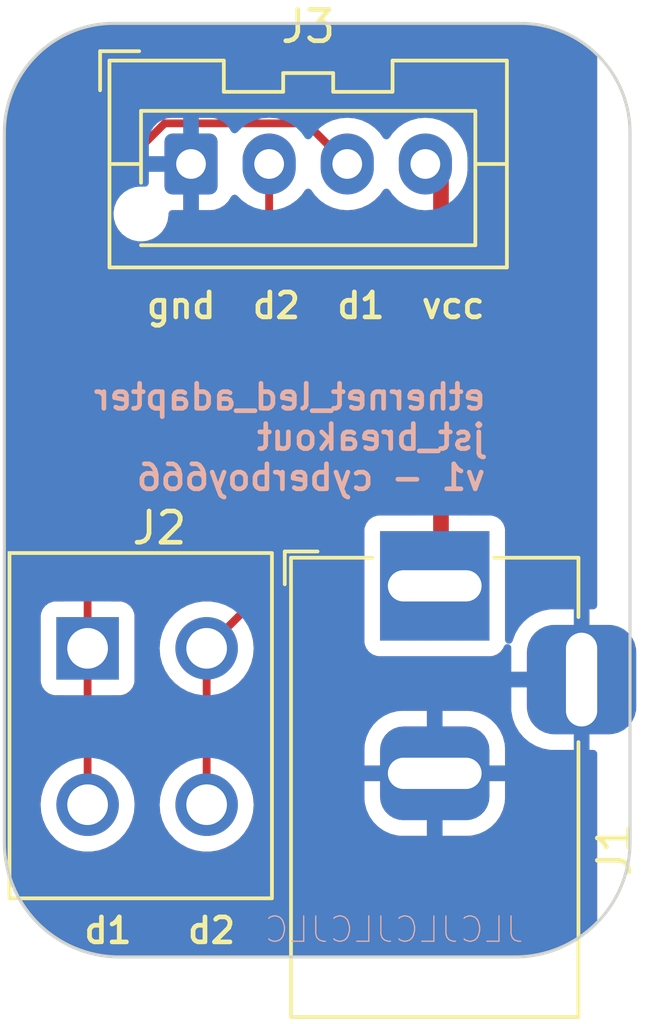
<source format=kicad_pcb>
(kicad_pcb (version 20221018) (generator pcbnew)
  (layers (0 "F.Cu" signal) (31 "B.Cu" signal) (34 "B.Paste" user) (35 "F.Paste" user) (36 "B.SilkS" user "B.Silkscreen") (37 "F.SilkS" user "F.Silkscreen") (38 "B.Mask" user) (39 "F.Mask" user) (44 "Edge.Cuts" user))
  (net 0 "")
  (net 1 "Net-(J3-Pin_4)")
  (net 2 "Net-(J2-Pin_1)")
  (net 3 "Net-(J2-Pin_2)")
  (net 4 "GND")
  (footprint "Connector_BarrelJack:BarrelJack_Horizontal" (layer "F.Cu") (at 81.8 44 90)
    (fp_text reference "J1" (at -8.45 5.75 90) (layer "F.SilkS"))
    (fp_text value "Barrel_Jack_Switch")
    (fp_line (start -13.8 -4.6) (end 0.9 -4.6) (stroke (width 0.12)) (layer "F.SilkS"))
    (fp_line (start -13.8 4.6) (end -13.8 -4.6) (stroke (width 0.12)) (layer "F.SilkS"))
    (fp_line (start -5 4.6) (end -13.8 4.6) (stroke (width 0.12)) (layer "F.SilkS"))
    (fp_line (start 0.05 -4.8) (end 1.1 -4.8) (stroke (width 0.12)) (layer "F.SilkS"))
    (fp_line (start 0.9 -4.6) (end 0.9 -2) (stroke (width 0.12)) (layer "F.SilkS"))
    (fp_line (start 0.9 1.9) (end 0.9 4.6) (stroke (width 0.12)) (layer "F.SilkS"))
    (fp_line (start 0.9 4.6) (end -1 4.6) (stroke (width 0.12)) (layer "F.SilkS"))
    (fp_line (start 1.1 -3.75) (end 1.1 -4.8) (stroke (width 0.12)) (layer "F.SilkS"))
    (pad "1" thru_hole rect (at 0 0 90) (size 3.5 3.5) (drill oval 1 3) (layers "*.Cu" "*.Mask") (net 1 "Net-(J3-Pin_4)"))
    (pad "2" thru_hole roundrect (at -6 0 90) (size 3 3.5) (drill oval 1 3) (layers "*.Cu" "*.Mask") (net 4 "GND"))
    (pad "3" thru_hole roundrect (at -3 4.7 90) (size 3.5 3.5) (drill oval 3 1) (layers "*.Cu" "*.Mask") (net 4 "GND"))
  )
  (footprint "lib_fp:terminal_02" (layer "F.Cu") (at 70.69 46)
    (fp_text reference "J2" (at 2.3 -3.85) (layer "F.SilkS"))
    (fp_text value "terminal_02")
    (fp_rect (start -2.5 -3.05) (end 5.9 8) (stroke (width 0.12)) (fill none) (layer "F.SilkS"))
    (pad "1" thru_hole rect (at 0 0) (size 2 2) (drill 1.3) (layers "*.Cu" "*.Mask") (net 2 "Net-(J2-Pin_1)"))
    (pad "1" thru_hole oval (at 0 5.0038) (size 2 2) (drill 1.3) (layers "*.Cu" "*.Mask") (net 2 "Net-(J2-Pin_1)"))
    (pad "2" thru_hole circle (at 3.81 0) (size 2 2) (drill 1.3) (layers "*.Cu" "*.Mask") (net 3 "Net-(J2-Pin_2)"))
    (pad "2" thru_hole circle (at 3.81 5.0038) (size 2 2) (drill 1.3) (layers "*.Cu" "*.Mask") (net 3 "Net-(J2-Pin_2)"))
  )
  (footprint "Connector_JST:JST_XA_B04B-XASK-1-A_1x04_P2.50mm_Vertical" (layer "F.Cu") (at 74 30.5)
    (fp_text reference "J3" (at 3.75 -4.4) (layer "F.SilkS"))
    (fp_text value "jst_xa_4")
    (fp_line (start -2.91 -3.61) (end -2.91 -2.36) (stroke (width 0.12)) (layer "F.SilkS"))
    (fp_line (start -2.61 -3.31) (end -2.61 3.31) (stroke (width 0.12)) (layer "F.SilkS"))
    (fp_line (start -2.61 0) (end -1.6 0) (stroke (width 0.12)) (layer "F.SilkS"))
    (fp_line (start -2.61 3.31) (end 10.11 3.31) (stroke (width 0.12)) (layer "F.SilkS"))
    (fp_line (start -1.66 -3.61) (end -2.91 -3.61) (stroke (width 0.12)) (layer "F.SilkS"))
    (fp_line (start -1.6 -1.7) (end 9.1 -1.7) (stroke (width 0.12)) (layer "F.SilkS"))
    (fp_line (start -1.6 0.6) (end -1.6 -1.7) (stroke (width 0.12)) (layer "F.SilkS"))
    (fp_line (start 1.05 -3.31) (end -2.61 -3.31) (stroke (width 0.12)) (layer "F.SilkS"))
    (fp_line (start 1.05 -2.31) (end 1.05 -3.31) (stroke (width 0.12)) (layer "F.SilkS"))
    (fp_line (start 2.95 -2.91) (end 2.95 -2.31) (stroke (width 0.12)) (layer "F.SilkS"))
    (fp_line (start 2.95 -2.31) (end 1.05 -2.31) (stroke (width 0.12)) (layer "F.SilkS"))
    (fp_line (start 4.55 -2.91) (end 2.95 -2.91) (stroke (width 0.12)) (layer "F.SilkS"))
    (fp_line (start 4.55 -2.31) (end 4.55 -2.91) (stroke (width 0.12)) (layer "F.SilkS"))
    (fp_line (start 6.45 -3.31) (end 6.45 -2.31) (stroke (width 0.12)) (layer "F.SilkS"))
    (fp_line (start 6.45 -2.31) (end 4.55 -2.31) (stroke (width 0.12)) (layer "F.SilkS"))
    (fp_line (start 9.1 -1.7) (end 9.1 2.6) (stroke (width 0.12)) (layer "F.SilkS"))
    (fp_line (start 9.1 2.6) (end -1.6 2.6) (stroke (width 0.12)) (layer "F.SilkS"))
    (fp_line (start 10.11 -3.31) (end 6.45 -3.31) (stroke (width 0.12)) (layer "F.SilkS"))
    (fp_line (start 10.11 0) (end 9.1 0) (stroke (width 0.12)) (layer "F.SilkS"))
    (fp_line (start 10.11 3.31) (end 10.11 -3.31) (stroke (width 0.12)) (layer "F.SilkS"))
    (pad "" np_thru_hole circle (at -1.6 1.6) (size 1.25 1.25) (drill 1.25) (layers "*.Cu" "*.Mask"))
    (pad "1" thru_hole roundrect (at 0 0) (size 1.7 1.95) (drill 0.95) (layers "*.Cu" "*.Mask") (roundrect_rratio 0.1470588235) (net 4 "GND"))
    (pad "2" thru_hole oval (at 2.5 0) (size 1.7 1.95) (drill 0.95) (layers "*.Cu" "*.Mask") (net 3 "Net-(J2-Pin_2)"))
    (pad "3" thru_hole oval (at 5 0) (size 1.7 1.95) (drill 0.95) (layers "*.Cu" "*.Mask") (net 2 "Net-(J2-Pin_1)"))
    (pad "4" thru_hole oval (at 7.5 0) (size 1.7 1.95) (drill 0.95) (layers "*.Cu" "*.Mask") (net 1 "Net-(J3-Pin_4)"))
  )
  (gr_line (start 71.525126 26) (end 84.550252 26) (stroke (width 0.1)) (layer "Edge.Cuts"))
  (gr_arc (start 68.025126 29.5) (mid 69.050252 27.025126) (end 71.525126 26) (stroke (width 0.1)) (layer "Edge.Cuts"))
  (gr_arc (start 84.550252 26) (mid 87.025126 27.025126) (end 88.050252 29.5) (stroke (width 0.1)) (layer "Edge.Cuts"))
  (gr_line (start 68.025126 52.2) (end 68.025126 29.5) (stroke (width 0.1)) (layer "Edge.Cuts"))
  (gr_arc (start 88.050252 52.2) (mid 86.973912 54.798534) (end 84.375378 55.874874) (stroke (width 0.1)) (layer "Edge.Cuts"))
  (gr_arc (start 71.7 55.874874) (mid 69.101485 54.798515) (end 68.025126 52.2) (stroke (width 0.1)) (layer "Edge.Cuts"))
  (gr_line (start 71.7 55.874874) (end 84.375378 55.874874) (stroke (width 0.1)) (layer "Edge.Cuts"))
  (gr_line (start 88.050252 52.2) (end 88.050252 29.5) (stroke (width 0.1)) (layer "Edge.Cuts"))
  (gr_text "JLCJLCJLCJLC" (at 80.5 55) (layer "B.SilkS") (effects (font (size 0.81 0.81) (thickness 0.04)) (justify mirror)))
  (gr_text "ethernet_led_adapter\njst_breakout\nv1 - cyberboy666" (at 83.5 41) (layer "B.SilkS") (effects (font (size 0.8 0.8)) (justify left bottom mirror)))
  (gr_text "gnd  d2  d1  vcc" (at 72.5 35.5) (layer "F.SilkS") (effects (font (size 0.8 0.8)) (justify left bottom)))
  (gr_text "d1   d2" (at 70.5 55.5) (layer "F.SilkS") (effects (font (size 0.8 0.8)) (justify left bottom)))
  (segment (start 82 44) (end 82 31) (width 0.5) (layer "F.Cu") (net 1))
  (segment (start 82 31) (end 81.5 30.5) (width 0.5) (layer "F.Cu") (net 1))
  (segment (start 73.1549 29.2) (end 77.7 29.2) (width 0.25) (layer "F.Cu") (net 2))
  (segment (start 70.69 46) (end 70.69 31.6649) (width 0.25) (layer "F.Cu") (net 2))
  (segment (start 70.69 51.0038) (end 70.69 46) (width 0.25) (layer "F.Cu") (net 2))
  (segment (start 70.69 31.6649) (end 73.1549 29.2) (width 0.25) (layer "F.Cu") (net 2))
  (segment (start 77.7 29.2) (end 79 30.5) (width 0.25) (layer "F.Cu") (net 2))
  (segment (start 76.5 44) (end 76.5 30.5) (width 0.25) (layer "F.Cu") (net 3))
  (segment (start 74.5 51.0038) (end 74.5 46) (width 0.25) (layer "F.Cu") (net 3))
  (segment (start 74.5 46) (end 76.5 44) (width 0.25) (layer "F.Cu") (net 3))
  (zone (net 4) (net_name "GND") (layers "F&B.Cu") (connect_pads (clearance 0.5)) (min_thickness 0.25) (fill yes (thermal_gap 0.5) (thermal_bridge_width 0.5))
    (polygon (pts (xy 68 26) (xy 87 26) (xy 87 56) (xy 68 56)))
  )
)
</source>
